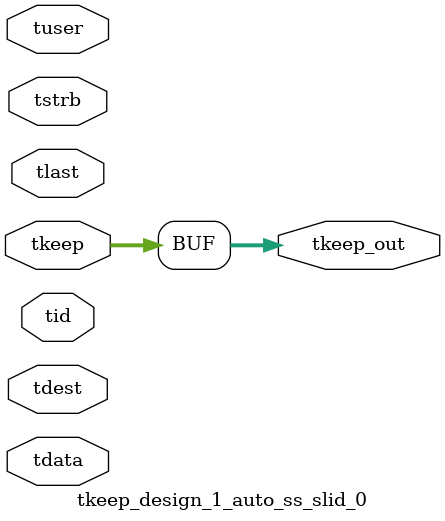
<source format=v>


`timescale 1ps/1ps

module tkeep_design_1_auto_ss_slid_0 #
(
parameter C_S_AXIS_TDATA_WIDTH = 32,
parameter C_S_AXIS_TUSER_WIDTH = 0,
parameter C_S_AXIS_TID_WIDTH   = 0,
parameter C_S_AXIS_TDEST_WIDTH = 0,
parameter C_M_AXIS_TDATA_WIDTH = 32
)
(
input  [(C_S_AXIS_TDATA_WIDTH == 0 ? 1 : C_S_AXIS_TDATA_WIDTH)-1:0     ] tdata,
input  [(C_S_AXIS_TUSER_WIDTH == 0 ? 1 : C_S_AXIS_TUSER_WIDTH)-1:0     ] tuser,
input  [(C_S_AXIS_TID_WIDTH   == 0 ? 1 : C_S_AXIS_TID_WIDTH)-1:0       ] tid,
input  [(C_S_AXIS_TDEST_WIDTH == 0 ? 1 : C_S_AXIS_TDEST_WIDTH)-1:0     ] tdest,
input  [(C_S_AXIS_TDATA_WIDTH/8)-1:0 ] tkeep,
input  [(C_S_AXIS_TDATA_WIDTH/8)-1:0 ] tstrb,
input                                                                    tlast,
output [(C_M_AXIS_TDATA_WIDTH/8)-1:0 ] tkeep_out
);

assign tkeep_out = {tkeep[3:0]};

endmodule


</source>
